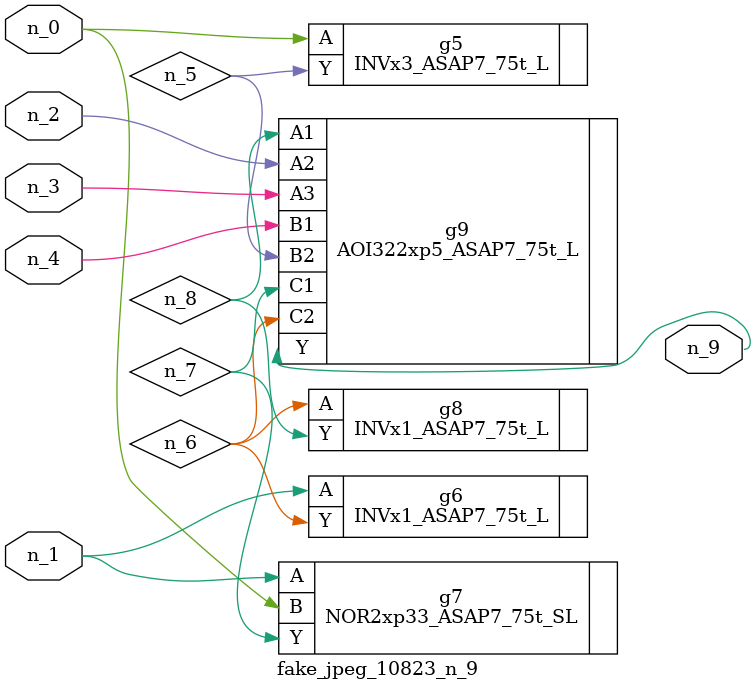
<source format=v>
module fake_jpeg_10823_n_9 (n_3, n_2, n_1, n_0, n_4, n_9);

input n_3;
input n_2;
input n_1;
input n_0;
input n_4;

output n_9;

wire n_8;
wire n_6;
wire n_5;
wire n_7;

INVx3_ASAP7_75t_L g5 ( 
.A(n_0),
.Y(n_5)
);

INVx1_ASAP7_75t_L g6 ( 
.A(n_1),
.Y(n_6)
);

NOR2xp33_ASAP7_75t_SL g7 ( 
.A(n_1),
.B(n_0),
.Y(n_7)
);

INVx1_ASAP7_75t_L g8 ( 
.A(n_6),
.Y(n_8)
);

AOI322xp5_ASAP7_75t_L g9 ( 
.A1(n_8),
.A2(n_2),
.A3(n_3),
.B1(n_4),
.B2(n_5),
.C1(n_7),
.C2(n_6),
.Y(n_9)
);


endmodule
</source>
